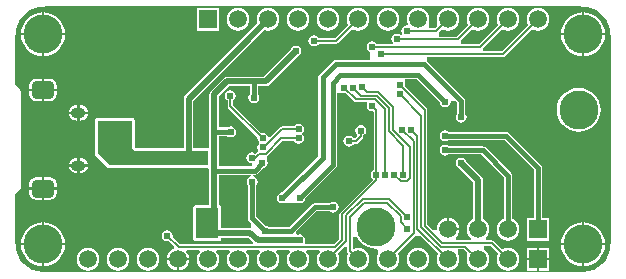
<source format=gbr>
%TF.GenerationSoftware,Altium Limited,Altium Designer,20.1.11 (218)*%
G04 Layer_Physical_Order=2*
G04 Layer_Color=16711680*
%FSLAX26Y26*%
%MOIN*%
%TF.SameCoordinates,3C5C7FA7-1F59-4671-A418-6E2A2DAA0BFA*%
%TF.FilePolarity,Positive*%
%TF.FileFunction,Copper,L2,Bot,Signal*%
%TF.Part,Single*%
G01*
G75*
%TA.AperFunction,Conductor*%
%ADD11C,0.006000*%
%ADD38C,0.020000*%
%ADD39C,0.015000*%
%ADD40C,0.010000*%
%TA.AperFunction,ComponentPad*%
%ADD44C,0.059055*%
%ADD45R,0.059055X0.059055*%
%ADD46C,0.130000*%
G04:AMPARAMS|DCode=47|XSize=74.803mil|YSize=59.055mil|CornerRadius=14.764mil|HoleSize=0mil|Usage=FLASHONLY|Rotation=0.000|XOffset=0mil|YOffset=0mil|HoleType=Round|Shape=RoundedRectangle|*
%AMROUNDEDRECTD47*
21,1,0.074803,0.029527,0,0,0.0*
21,1,0.045276,0.059055,0,0,0.0*
1,1,0.029528,0.022638,-0.014764*
1,1,0.029528,-0.022638,-0.014764*
1,1,0.029528,-0.022638,0.014764*
1,1,0.029528,0.022638,0.014764*
%
%ADD47ROUNDEDRECTD47*%
%ADD48O,0.047244X0.035433*%
%TA.AperFunction,ViaPad*%
%ADD49C,0.024000*%
%TA.AperFunction,Conductor*%
%ADD50R,0.074781X0.101000*%
%TA.AperFunction,ViaPad*%
%ADD51C,0.023622*%
G36*
X1896781Y892229D02*
X1900000Y891588D01*
X1904845Y891214D01*
X1917888Y889930D01*
X1935089Y884712D01*
X1950941Y876239D01*
X1964836Y864836D01*
X1976239Y850941D01*
X1984712Y835089D01*
X1989930Y817888D01*
X1991214Y804845D01*
X1991588Y800000D01*
X1992228Y796781D01*
X1993628Y794687D01*
Y105313D01*
X1992228Y103219D01*
X1991588Y100000D01*
X1991214Y95155D01*
X1989930Y82112D01*
X1984712Y64911D01*
X1976239Y49059D01*
X1964836Y35164D01*
X1950941Y23761D01*
X1935089Y15288D01*
X1917888Y10070D01*
X1904845Y8786D01*
X1900000Y8412D01*
X1896781Y7771D01*
X1894687Y6372D01*
X105313D01*
X103219Y7771D01*
X100000Y8412D01*
X95155Y8786D01*
X82112Y10070D01*
X64911Y15288D01*
X49059Y23761D01*
X35164Y35164D01*
X23761Y49059D01*
X15288Y64911D01*
X10070Y82112D01*
X8786Y95155D01*
X8412Y100000D01*
X7771Y103219D01*
X6372Y105313D01*
Y267360D01*
X24506Y285494D01*
X24506Y285494D01*
X25887Y287561D01*
X26372Y290000D01*
X26372Y290000D01*
Y610000D01*
X26372Y610000D01*
X25887Y612439D01*
X24506Y614506D01*
X24506Y614506D01*
X6372Y632640D01*
Y794687D01*
X7771Y796781D01*
X8412Y800000D01*
X8786Y804845D01*
X10070Y817888D01*
X15288Y835089D01*
X23761Y850941D01*
X35164Y864836D01*
X49059Y876239D01*
X64911Y884712D01*
X82112Y889930D01*
X95155Y891214D01*
X100000Y891588D01*
X103219Y892229D01*
X105313Y893628D01*
X1894687D01*
X1896781Y892229D01*
D02*
G37*
%LPC*%
G36*
X687528Y887528D02*
X612472D01*
Y812472D01*
X687528D01*
Y887528D01*
D02*
G37*
G36*
X1750000Y887851D02*
X1740203Y886562D01*
X1731074Y882780D01*
X1723235Y876765D01*
X1717220Y868926D01*
X1713438Y859797D01*
X1712149Y850000D01*
X1713438Y840203D01*
X1717220Y831074D01*
X1717601Y830578D01*
X1630199Y743176D01*
X1567000D01*
Y754023D01*
X1630578Y817601D01*
X1631074Y817220D01*
X1640203Y813438D01*
X1650000Y812149D01*
X1659797Y813438D01*
X1668926Y817220D01*
X1676765Y823235D01*
X1682780Y831074D01*
X1686562Y840203D01*
X1687851Y850000D01*
X1686562Y859797D01*
X1682780Y868926D01*
X1676765Y876765D01*
X1668926Y882780D01*
X1659797Y886562D01*
X1650000Y887851D01*
X1640203Y886562D01*
X1631074Y882780D01*
X1623235Y876765D01*
X1617220Y868926D01*
X1613438Y859797D01*
X1612149Y850000D01*
X1613438Y840203D01*
X1617220Y831074D01*
X1617601Y830578D01*
X1554199Y767176D01*
X1492000D01*
Y779023D01*
X1530578Y817601D01*
X1531074Y817220D01*
X1540203Y813438D01*
X1550000Y812149D01*
X1559797Y813438D01*
X1568926Y817220D01*
X1576765Y823235D01*
X1582780Y831074D01*
X1586562Y840203D01*
X1587851Y850000D01*
X1586562Y859797D01*
X1582780Y868926D01*
X1576765Y876765D01*
X1568926Y882780D01*
X1559797Y886562D01*
X1550000Y887851D01*
X1540203Y886562D01*
X1531074Y882780D01*
X1523235Y876765D01*
X1517220Y868926D01*
X1513438Y859797D01*
X1512149Y850000D01*
X1513438Y840203D01*
X1517220Y831074D01*
X1517601Y830578D01*
X1479199Y792176D01*
X1421000D01*
X1419000Y792177D01*
Y801962D01*
X1419606Y806629D01*
X1430578Y817601D01*
X1431074Y817220D01*
X1440203Y813438D01*
X1450000Y812149D01*
X1459797Y813438D01*
X1468926Y817220D01*
X1476765Y823235D01*
X1482780Y831074D01*
X1486562Y840203D01*
X1487851Y850000D01*
X1486562Y859797D01*
X1482780Y868926D01*
X1476765Y876765D01*
X1468926Y882780D01*
X1459797Y886562D01*
X1450000Y887851D01*
X1440203Y886562D01*
X1431074Y882780D01*
X1423235Y876765D01*
X1417220Y868926D01*
X1413438Y859797D01*
X1412149Y850000D01*
X1413000Y843534D01*
Y825977D01*
X1407199Y820176D01*
X1386000D01*
Y838848D01*
X1386562Y840203D01*
X1387851Y850000D01*
X1386562Y859797D01*
X1382780Y868926D01*
X1376765Y876765D01*
X1368926Y882780D01*
X1359797Y886562D01*
X1350000Y887851D01*
X1340203Y886562D01*
X1331074Y882780D01*
X1323235Y876765D01*
X1317220Y868926D01*
X1313438Y859797D01*
X1312149Y850000D01*
X1313438Y840203D01*
X1316165Y833622D01*
X1312568Y829240D01*
X1312000Y829353D01*
X1304977Y827956D01*
X1299023Y823977D01*
X1295044Y818023D01*
X1293647Y811000D01*
X1295044Y803977D01*
X1297834Y799802D01*
X1296101Y794735D01*
X1295852Y794454D01*
X1294163Y794203D01*
X1292977Y795977D01*
X1287023Y799956D01*
X1280000Y801353D01*
X1272977Y799956D01*
X1267023Y795977D01*
X1263044Y790023D01*
X1261647Y783000D01*
X1263044Y775977D01*
X1265584Y772176D01*
X1262968Y767176D01*
X1212517D01*
X1209977Y770977D01*
X1204023Y774956D01*
X1197000Y776353D01*
X1189977Y774956D01*
X1184023Y770977D01*
X1180044Y765023D01*
X1178647Y758000D01*
X1180044Y750977D01*
X1184023Y745023D01*
X1189000Y741697D01*
Y714764D01*
X1075001D01*
X1075000Y714765D01*
X1069733Y713717D01*
X1065267Y710733D01*
X1065267Y710733D01*
X1022076Y667542D01*
X1019092Y663077D01*
X1018045Y657809D01*
Y394510D01*
X896610Y273076D01*
X890977Y271956D01*
X885023Y267977D01*
X881044Y262023D01*
X879647Y255000D01*
X881044Y247977D01*
X885023Y242023D01*
X890977Y238044D01*
X898000Y236647D01*
X905023Y238044D01*
X906453Y239000D01*
X946897D01*
X948627Y237844D01*
X955650Y236447D01*
X962673Y237844D01*
X968627Y241823D01*
X972606Y247777D01*
X973726Y253410D01*
X1075568Y355252D01*
X1075568Y355252D01*
X1078552Y359717D01*
X1079599Y364985D01*
Y603000D01*
X1108794D01*
X1135283Y576511D01*
X1138259Y574522D01*
X1141771Y573824D01*
X1178974D01*
X1181331Y569414D01*
X1180780Y568589D01*
X1179383Y561566D01*
X1180780Y554543D01*
X1184758Y548589D01*
X1190712Y544611D01*
X1197735Y543214D01*
X1197959Y543258D01*
X1201824Y540086D01*
Y347517D01*
X1198023Y344977D01*
X1194044Y339023D01*
X1192647Y332000D01*
X1194044Y324977D01*
X1198023Y319023D01*
X1198357Y318800D01*
X1198847Y313824D01*
X1090712Y205689D01*
X1088723Y202712D01*
X1088024Y199200D01*
Y118001D01*
X1069199Y99176D01*
X973000D01*
Y112420D01*
X973513Y115000D01*
X972116Y122023D01*
X968138Y127977D01*
X962184Y131956D01*
X955161Y133353D01*
X949000Y132127D01*
X945066Y134189D01*
X944000Y134963D01*
Y141645D01*
X1011590Y209236D01*
X1055201D01*
X1059977Y206044D01*
X1067000Y204647D01*
X1074023Y206044D01*
X1079977Y210023D01*
X1083956Y215977D01*
X1085353Y223000D01*
X1083956Y230023D01*
X1079977Y235977D01*
X1074023Y239956D01*
X1067000Y241353D01*
X1059977Y239956D01*
X1055201Y236764D01*
X1005889D01*
X1005889Y236765D01*
X1000621Y235717D01*
X996156Y232733D01*
X920187Y156764D01*
X852549D01*
X847773Y159956D01*
X842140Y161076D01*
X810789Y192427D01*
Y297201D01*
X813981Y301977D01*
X815378Y309000D01*
X813981Y316023D01*
X810002Y321977D01*
X804048Y325956D01*
X800430Y326675D01*
X800922Y331675D01*
X805718D01*
X810986Y332723D01*
X815451Y335707D01*
X832499Y352755D01*
X838132Y353875D01*
X844086Y357853D01*
X848065Y363808D01*
X849462Y370831D01*
X848065Y377854D01*
X848000Y377951D01*
Y394575D01*
X848732Y395064D01*
X897870Y444202D01*
X936469D01*
X939009Y440401D01*
X944963Y436423D01*
X951986Y435026D01*
X959009Y436423D01*
X964963Y440401D01*
X968942Y446355D01*
X970338Y453378D01*
X968942Y460401D01*
X964963Y466355D01*
Y470401D01*
X968942Y476355D01*
X970338Y483378D01*
X968942Y490401D01*
X964963Y496355D01*
X959009Y500334D01*
X951986Y501731D01*
X944963Y500334D01*
X939009Y496355D01*
X936469Y492555D01*
X895906D01*
X892394Y491856D01*
X889417Y489867D01*
X855135Y455585D01*
X849710Y457231D01*
X848956Y461023D01*
X844977Y466977D01*
X839023Y470956D01*
X832000Y472353D01*
X827516Y471461D01*
X733448Y565529D01*
Y579755D01*
X737249Y582295D01*
X741228Y588249D01*
X742625Y595272D01*
X741228Y602295D01*
X737249Y608249D01*
X731295Y612228D01*
X724272Y613625D01*
X717249Y612228D01*
X711295Y608249D01*
X707317Y602295D01*
X705920Y595272D01*
X707317Y588249D01*
X711295Y582295D01*
X715096Y579755D01*
Y561728D01*
X715794Y558216D01*
X717784Y555239D01*
X814539Y458484D01*
X813647Y454000D01*
X815044Y446977D01*
X819023Y441023D01*
X820180Y440249D01*
Y440057D01*
X819582Y434635D01*
X816202Y429576D01*
X814805Y422553D01*
X816202Y415530D01*
X816867Y414535D01*
X815487Y408418D01*
X814925Y408042D01*
X808056Y401173D01*
X803070Y404505D01*
X796047Y405902D01*
X789024Y404505D01*
X783070Y400526D01*
X779091Y394572D01*
X777694Y387549D01*
X779091Y380526D01*
X783070Y374572D01*
X789024Y370594D01*
X796047Y369197D01*
X797000Y368414D01*
Y359204D01*
X686693D01*
Y461701D01*
X713201D01*
X717977Y458510D01*
X725000Y457113D01*
X732023Y458510D01*
X737977Y462489D01*
X741956Y468443D01*
X743353Y475466D01*
X741956Y482489D01*
X737977Y488443D01*
X732023Y492421D01*
X725000Y493818D01*
X717977Y492421D01*
X713201Y489230D01*
X686693D01*
Y592622D01*
X720307Y626236D01*
X789258D01*
Y600832D01*
X786044Y596023D01*
X784647Y589000D01*
X786044Y581977D01*
X790023Y576023D01*
X795977Y572044D01*
X803000Y570647D01*
X810023Y572044D01*
X815977Y576023D01*
X819956Y581977D01*
X821353Y589000D01*
X819956Y596023D01*
X816787Y600766D01*
Y626236D01*
X842253D01*
X848496Y627478D01*
X853789Y631014D01*
X948981Y726206D01*
X950114Y726431D01*
X956068Y730410D01*
X960047Y736364D01*
X961444Y743387D01*
X960047Y750410D01*
X956068Y756364D01*
X950114Y760343D01*
X943091Y761740D01*
X936068Y760343D01*
X930114Y756364D01*
X926135Y750410D01*
X925910Y749277D01*
X835496Y658863D01*
X713549D01*
X707307Y657621D01*
X702014Y654085D01*
X658844Y610915D01*
X655308Y605622D01*
X654066Y599379D01*
Y475466D01*
Y424485D01*
X650698Y420932D01*
X649066Y420196D01*
X601313D01*
Y578243D01*
X776535Y753464D01*
X776535Y753465D01*
X837591Y814520D01*
X840203Y813438D01*
X850000Y812149D01*
X859797Y813438D01*
X868926Y817220D01*
X876765Y823235D01*
X882780Y831074D01*
X886562Y840203D01*
X887851Y850000D01*
X886562Y859797D01*
X882780Y868926D01*
X876765Y876765D01*
X868926Y882780D01*
X859797Y886562D01*
X850000Y887851D01*
X840203Y886562D01*
X831074Y882780D01*
X823235Y876765D01*
X817220Y868926D01*
X813438Y859797D01*
X812149Y850000D01*
X813438Y840203D01*
X814520Y837591D01*
X753465Y776536D01*
X753465Y776535D01*
X573465Y596535D01*
X569928Y591243D01*
X568687Y585000D01*
Y420196D01*
X409223Y420196D01*
X405196Y424223D01*
X405196Y512000D01*
X404420Y515902D01*
X402209Y519210D01*
X398902Y521420D01*
X395000Y522196D01*
X282500D01*
X278598Y521420D01*
X275290Y519210D01*
X273080Y515902D01*
X272304Y512000D01*
Y402500D01*
X273080Y398598D01*
X275290Y395291D01*
X312790Y357790D01*
X316098Y355580D01*
X320000Y354804D01*
X650000D01*
X654066Y350515D01*
Y231196D01*
X610000D01*
X606098Y230420D01*
X602790Y228210D01*
X600580Y224902D01*
X599804Y221000D01*
Y120000D01*
X600580Y116098D01*
X602790Y112790D01*
X606098Y110580D01*
X610000Y109804D01*
X684781D01*
X688683Y110580D01*
X691991Y112790D01*
X694201Y116098D01*
X694977Y120000D01*
Y122115D01*
X784814D01*
X801000Y105929D01*
Y99176D01*
X555901D01*
X531647Y123431D01*
X532538Y127915D01*
X531141Y134938D01*
X527163Y140892D01*
X521209Y144870D01*
X514186Y146267D01*
X507163Y144870D01*
X501209Y140892D01*
X497230Y134938D01*
X495833Y127915D01*
X497230Y120891D01*
X501209Y114938D01*
X507163Y110959D01*
X514186Y109562D01*
X518669Y110454D01*
X538044Y91079D01*
X536871Y85181D01*
X531074Y82780D01*
X523235Y76765D01*
X517220Y68926D01*
X513438Y59797D01*
X512675Y54000D01*
X550000D01*
X587325D01*
X586562Y59797D01*
X582780Y68926D01*
X577487Y75824D01*
X578974Y80824D01*
X621026D01*
X622513Y75824D01*
X617220Y68926D01*
X613438Y59797D01*
X612149Y50000D01*
X613438Y40203D01*
X617220Y31074D01*
X623235Y23235D01*
X631074Y17220D01*
X640203Y13438D01*
X650000Y12149D01*
X659797Y13438D01*
X668926Y17220D01*
X676765Y23235D01*
X682780Y31074D01*
X686562Y40203D01*
X687851Y50000D01*
X686562Y59797D01*
X682780Y68926D01*
X677487Y75824D01*
X678974Y80824D01*
X721026D01*
X722513Y75824D01*
X717220Y68926D01*
X713438Y59797D01*
X712149Y50000D01*
X713438Y40203D01*
X717220Y31074D01*
X723235Y23235D01*
X731074Y17220D01*
X740203Y13438D01*
X750000Y12149D01*
X759797Y13438D01*
X768926Y17220D01*
X776765Y23235D01*
X782780Y31074D01*
X786562Y40203D01*
X787851Y50000D01*
X786562Y59797D01*
X782780Y68926D01*
X777487Y75824D01*
X778974Y80824D01*
X821026D01*
X822513Y75824D01*
X817220Y68926D01*
X813438Y59797D01*
X812149Y50000D01*
X813438Y40203D01*
X817220Y31074D01*
X823235Y23235D01*
X831074Y17220D01*
X840203Y13438D01*
X850000Y12149D01*
X859797Y13438D01*
X868926Y17220D01*
X876765Y23235D01*
X882780Y31074D01*
X886562Y40203D01*
X887851Y50000D01*
X886562Y59797D01*
X882780Y68926D01*
X877487Y75824D01*
X878974Y80824D01*
X921026D01*
X922513Y75824D01*
X917220Y68926D01*
X913438Y59797D01*
X912149Y50000D01*
X913438Y40203D01*
X917220Y31074D01*
X923235Y23235D01*
X931074Y17220D01*
X940203Y13438D01*
X950000Y12149D01*
X959797Y13438D01*
X968926Y17220D01*
X976765Y23235D01*
X982780Y31074D01*
X986562Y40203D01*
X987851Y50000D01*
X986562Y59797D01*
X982780Y68926D01*
X977487Y75824D01*
X978974Y80824D01*
X1021026D01*
X1022513Y75824D01*
X1017220Y68926D01*
X1013438Y59797D01*
X1012149Y50000D01*
X1013438Y40203D01*
X1017220Y31074D01*
X1023235Y23235D01*
X1031074Y17220D01*
X1040203Y13438D01*
X1050000Y12149D01*
X1059797Y13438D01*
X1068926Y17220D01*
X1076765Y23235D01*
X1082780Y31074D01*
X1086562Y40203D01*
X1087851Y50000D01*
X1086562Y59797D01*
X1082780Y68926D01*
X1082399Y69422D01*
X1103977Y91000D01*
X1113839D01*
Y76985D01*
X1114537Y73474D01*
X1116526Y70497D01*
X1117601Y69422D01*
X1117220Y68926D01*
X1113438Y59797D01*
X1112149Y50000D01*
X1113438Y40203D01*
X1117220Y31074D01*
X1123235Y23235D01*
X1131074Y17220D01*
X1140203Y13438D01*
X1150000Y12149D01*
X1159797Y13438D01*
X1168926Y17220D01*
X1176765Y23235D01*
X1182780Y31074D01*
X1186562Y40203D01*
X1187851Y50000D01*
X1186562Y59797D01*
X1182780Y68926D01*
X1176765Y76765D01*
X1168926Y82780D01*
X1159797Y86561D01*
X1150000Y87851D01*
X1140203Y86561D01*
X1136349Y84965D01*
X1132191Y87743D01*
Y124000D01*
X1146273D01*
X1149856Y117296D01*
X1158979Y106180D01*
X1170094Y97057D01*
X1182776Y90279D01*
X1196537Y86105D01*
X1210847Y84695D01*
X1214295Y85035D01*
X1218000Y81677D01*
Y69942D01*
X1217220Y68926D01*
X1213438Y59797D01*
X1212149Y50000D01*
X1213438Y40203D01*
X1217220Y31074D01*
X1223235Y23235D01*
X1231074Y17220D01*
X1240203Y13438D01*
X1250000Y12149D01*
X1259797Y13438D01*
X1268926Y17220D01*
X1276765Y23235D01*
X1282780Y31074D01*
X1286562Y40203D01*
X1287851Y50000D01*
X1286562Y59797D01*
X1282780Y68926D01*
X1282399Y69422D01*
X1341977Y129000D01*
X1358023D01*
X1417601Y69422D01*
X1417220Y68926D01*
X1413438Y59797D01*
X1412149Y50000D01*
X1413438Y40203D01*
X1417220Y31074D01*
X1423235Y23235D01*
X1431074Y17220D01*
X1440203Y13438D01*
X1450000Y12149D01*
X1459797Y13438D01*
X1468926Y17220D01*
X1476765Y23235D01*
X1482780Y31074D01*
X1486562Y40203D01*
X1487851Y50000D01*
X1486562Y59797D01*
X1483000Y68395D01*
Y82824D01*
X1504199D01*
X1514000Y73023D01*
Y61152D01*
X1513438Y59797D01*
X1512149Y50000D01*
X1513438Y40203D01*
X1517220Y31074D01*
X1523235Y23235D01*
X1531074Y17220D01*
X1540203Y13438D01*
X1550000Y12149D01*
X1559797Y13438D01*
X1568926Y17220D01*
X1576765Y23235D01*
X1582780Y31074D01*
X1586562Y40203D01*
X1587851Y50000D01*
X1586562Y59797D01*
X1582780Y68926D01*
X1576765Y76765D01*
X1570000Y81956D01*
Y94824D01*
X1592199D01*
X1617601Y69422D01*
X1617220Y68926D01*
X1613438Y59797D01*
X1612149Y50000D01*
X1613438Y40203D01*
X1617220Y31074D01*
X1623235Y23235D01*
X1631074Y17220D01*
X1640203Y13438D01*
X1650000Y12149D01*
X1659797Y13438D01*
X1668926Y17220D01*
X1676765Y23235D01*
X1682780Y31074D01*
X1686562Y40203D01*
X1687851Y50000D01*
X1686562Y59797D01*
X1682780Y68926D01*
X1676765Y76765D01*
X1668926Y82780D01*
X1659797Y86561D01*
X1650000Y87851D01*
X1640203Y86561D01*
X1631074Y82780D01*
X1630578Y82399D01*
X1602489Y110489D01*
X1599512Y112478D01*
X1596000Y113176D01*
X1575000D01*
Y121881D01*
X1576765Y123235D01*
X1582780Y131074D01*
X1586562Y140203D01*
X1587851Y150000D01*
X1586562Y159797D01*
X1582780Y168926D01*
X1576765Y176765D01*
X1568926Y182780D01*
X1566313Y183862D01*
Y314159D01*
X1565072Y320402D01*
X1561535Y325694D01*
X1510929Y376300D01*
X1510704Y377434D01*
X1506726Y383388D01*
X1500772Y387366D01*
X1493748Y388763D01*
X1486725Y387366D01*
X1480771Y383388D01*
X1476793Y377434D01*
X1475396Y370411D01*
X1476793Y363387D01*
X1480771Y357433D01*
X1486725Y353455D01*
X1487859Y353229D01*
X1533687Y307402D01*
Y183862D01*
X1531074Y182780D01*
X1523235Y176765D01*
X1517220Y168926D01*
X1513438Y159797D01*
X1512149Y150000D01*
X1513438Y140203D01*
X1517220Y131074D01*
X1523235Y123235D01*
X1525000Y121881D01*
Y113176D01*
X1475000D01*
Y121881D01*
X1476765Y123235D01*
X1482780Y131074D01*
X1486562Y140203D01*
X1487325Y146000D01*
X1450000D01*
Y150000D01*
X1446000D01*
Y187325D01*
X1440203Y186561D01*
X1431074Y182780D01*
X1423235Y176765D01*
X1417220Y168926D01*
X1413438Y159797D01*
X1412149Y150000D01*
X1412180Y149759D01*
X1408884Y146000D01*
X1400977D01*
X1381176Y165801D01*
Y547000D01*
X1380478Y550512D01*
X1378489Y553489D01*
X1308000Y623977D01*
Y650236D01*
X1345118D01*
X1422416Y572937D01*
X1423537Y567304D01*
X1427515Y561350D01*
X1433469Y557372D01*
X1440492Y555975D01*
X1447515Y557372D01*
X1453469Y561350D01*
X1457448Y567304D01*
X1458845Y574327D01*
X1460218Y576000D01*
X1475344D01*
X1480236Y571108D01*
Y535753D01*
X1477044Y530977D01*
X1475647Y523954D01*
X1477044Y516931D01*
X1481023Y510977D01*
X1486977Y506998D01*
X1494000Y505601D01*
X1501023Y506998D01*
X1506977Y510977D01*
X1510956Y516931D01*
X1512353Y523954D01*
X1510956Y530977D01*
X1507764Y535753D01*
Y576810D01*
X1506717Y582077D01*
X1503733Y586543D01*
X1503733Y586543D01*
X1380000Y710276D01*
Y724824D01*
X1634000D01*
X1637512Y725522D01*
X1640489Y727511D01*
X1730578Y817601D01*
X1731074Y817220D01*
X1740203Y813438D01*
X1750000Y812149D01*
X1759797Y813438D01*
X1768926Y817220D01*
X1776765Y823235D01*
X1782780Y831074D01*
X1786562Y840203D01*
X1787851Y850000D01*
X1786562Y859797D01*
X1782780Y868926D01*
X1776765Y876765D01*
X1768926Y882780D01*
X1759797Y886562D01*
X1750000Y887851D01*
D02*
G37*
G36*
X1250000D02*
X1240203Y886562D01*
X1231074Y882780D01*
X1223235Y876765D01*
X1217220Y868926D01*
X1213438Y859797D01*
X1212149Y850000D01*
X1213438Y840203D01*
X1217220Y831074D01*
X1223235Y823235D01*
X1231074Y817220D01*
X1240203Y813438D01*
X1250000Y812149D01*
X1259797Y813438D01*
X1268926Y817220D01*
X1276765Y823235D01*
X1282780Y831074D01*
X1286562Y840203D01*
X1287851Y850000D01*
X1286562Y859797D01*
X1282780Y868926D01*
X1276765Y876765D01*
X1268926Y882780D01*
X1259797Y886562D01*
X1250000Y887851D01*
D02*
G37*
G36*
X1150000D02*
X1140203Y886562D01*
X1131074Y882780D01*
X1123235Y876765D01*
X1117220Y868926D01*
X1113438Y859797D01*
X1112149Y850000D01*
X1113438Y840203D01*
X1117220Y831074D01*
X1117601Y830578D01*
X1073870Y786847D01*
X1018851D01*
X1016311Y790648D01*
X1010357Y794626D01*
X1003334Y796023D01*
X996311Y794626D01*
X990356Y790648D01*
X986378Y784694D01*
X984981Y777671D01*
X986378Y770648D01*
X990356Y764694D01*
X996311Y760715D01*
X1003334Y759318D01*
X1010357Y760715D01*
X1016311Y764694D01*
X1018851Y768495D01*
X1077671D01*
X1081182Y769193D01*
X1084159Y771182D01*
X1130578Y817601D01*
X1131074Y817220D01*
X1140203Y813438D01*
X1150000Y812149D01*
X1159797Y813438D01*
X1168926Y817220D01*
X1176765Y823235D01*
X1182780Y831074D01*
X1186562Y840203D01*
X1187851Y850000D01*
X1186562Y859797D01*
X1182780Y868926D01*
X1176765Y876765D01*
X1168926Y882780D01*
X1159797Y886562D01*
X1150000Y887851D01*
D02*
G37*
G36*
X1050000D02*
X1040203Y886562D01*
X1031074Y882780D01*
X1023235Y876765D01*
X1017220Y868926D01*
X1013438Y859797D01*
X1012149Y850000D01*
X1013438Y840203D01*
X1017220Y831074D01*
X1023235Y823235D01*
X1031074Y817220D01*
X1040203Y813438D01*
X1050000Y812149D01*
X1059797Y813438D01*
X1068926Y817220D01*
X1076765Y823235D01*
X1082780Y831074D01*
X1086562Y840203D01*
X1087851Y850000D01*
X1086562Y859797D01*
X1082780Y868926D01*
X1076765Y876765D01*
X1068926Y882780D01*
X1059797Y886562D01*
X1050000Y887851D01*
D02*
G37*
G36*
X950000D02*
X940203Y886562D01*
X931074Y882780D01*
X923235Y876765D01*
X917220Y868926D01*
X913438Y859797D01*
X912149Y850000D01*
X913438Y840203D01*
X917220Y831074D01*
X923235Y823235D01*
X931074Y817220D01*
X940203Y813438D01*
X950000Y812149D01*
X959797Y813438D01*
X968926Y817220D01*
X976765Y823235D01*
X982780Y831074D01*
X986562Y840203D01*
X987851Y850000D01*
X986562Y859797D01*
X982780Y868926D01*
X976765Y876765D01*
X968926Y882780D01*
X959797Y886562D01*
X950000Y887851D01*
D02*
G37*
G36*
X750000D02*
X740203Y886562D01*
X731074Y882780D01*
X723235Y876765D01*
X717220Y868926D01*
X713438Y859797D01*
X712149Y850000D01*
X713438Y840203D01*
X717220Y831074D01*
X723235Y823235D01*
X731074Y817220D01*
X740203Y813438D01*
X750000Y812149D01*
X759797Y813438D01*
X768926Y817220D01*
X776765Y823235D01*
X782780Y831074D01*
X786562Y840203D01*
X787851Y850000D01*
X786562Y859797D01*
X782780Y868926D01*
X776765Y876765D01*
X768926Y882780D01*
X759797Y886562D01*
X750000Y887851D01*
D02*
G37*
G36*
X1904000Y872959D02*
Y804000D01*
X1972959D01*
X1971944Y814311D01*
X1967770Y828071D01*
X1960991Y840753D01*
X1951869Y851869D01*
X1940753Y860991D01*
X1928071Y867769D01*
X1914311Y871944D01*
X1904000Y872959D01*
D02*
G37*
G36*
X104000D02*
Y804000D01*
X172959D01*
X171944Y814311D01*
X167769Y828071D01*
X160991Y840753D01*
X151869Y851869D01*
X140753Y860991D01*
X128071Y867769D01*
X114311Y871944D01*
X104000Y872959D01*
D02*
G37*
G36*
X1896000D02*
X1885689Y871944D01*
X1871929Y867769D01*
X1859247Y860991D01*
X1848131Y851869D01*
X1839009Y840753D01*
X1832230Y828071D01*
X1828056Y814311D01*
X1827041Y804000D01*
X1896000D01*
Y872959D01*
D02*
G37*
G36*
X96000D02*
X85689Y871944D01*
X71929Y867769D01*
X59247Y860991D01*
X48132Y851869D01*
X39009Y840753D01*
X32230Y828071D01*
X28056Y814311D01*
X27041Y804000D01*
X96000D01*
Y872959D01*
D02*
G37*
G36*
X1972959Y796000D02*
X1904000D01*
Y727041D01*
X1914311Y728056D01*
X1928071Y732231D01*
X1940753Y739009D01*
X1951869Y748131D01*
X1960991Y759247D01*
X1967770Y771929D01*
X1971944Y785689D01*
X1972959Y796000D01*
D02*
G37*
G36*
X172959D02*
X104000D01*
Y727041D01*
X114311Y728056D01*
X128071Y732231D01*
X140753Y739009D01*
X151869Y748131D01*
X160991Y759247D01*
X167769Y771929D01*
X171944Y785689D01*
X172959Y796000D01*
D02*
G37*
G36*
X96000D02*
X27041D01*
X28056Y785689D01*
X32230Y771929D01*
X39009Y759247D01*
X48132Y748131D01*
X59247Y739009D01*
X71929Y732231D01*
X85689Y728056D01*
X96000Y727041D01*
Y796000D01*
D02*
G37*
G36*
X1896000D02*
X1827041D01*
X1828056Y785689D01*
X1832230Y771929D01*
X1839009Y759247D01*
X1848131Y748131D01*
X1859247Y739009D01*
X1871929Y732231D01*
X1885689Y728056D01*
X1896000Y727041D01*
Y796000D01*
D02*
G37*
G36*
X122638Y652344D02*
X104000D01*
Y618370D01*
X145847D01*
Y629134D01*
X144081Y638016D01*
X139049Y645546D01*
X131520Y650577D01*
X122638Y652344D01*
D02*
G37*
G36*
X96000D02*
X77362D01*
X68480Y650577D01*
X60950Y645546D01*
X55919Y638016D01*
X54153Y629134D01*
Y618370D01*
X96000D01*
Y652344D01*
D02*
G37*
G36*
X145847Y610370D02*
X104000D01*
Y576397D01*
X122638D01*
X131520Y578163D01*
X139049Y583195D01*
X144081Y590724D01*
X145847Y599606D01*
Y610370D01*
D02*
G37*
G36*
X96000D02*
X54153D01*
Y599606D01*
X55919Y590724D01*
X60950Y583195D01*
X68480Y578163D01*
X77362Y576397D01*
X96000D01*
Y610370D01*
D02*
G37*
G36*
X224016Y563537D02*
X222110D01*
Y541598D01*
X249428D01*
X249070Y544312D01*
X246479Y550568D01*
X242357Y555940D01*
X236985Y560062D01*
X230729Y562653D01*
X224016Y563537D01*
D02*
G37*
G36*
X214110D02*
X212205D01*
X205491Y562653D01*
X199236Y560062D01*
X193863Y555940D01*
X189741Y550568D01*
X187150Y544312D01*
X186793Y541598D01*
X214110D01*
Y563537D01*
D02*
G37*
G36*
X249428Y533598D02*
X222110D01*
Y511660D01*
X224016D01*
X230729Y512544D01*
X236985Y515135D01*
X242357Y519257D01*
X246479Y524629D01*
X249070Y530885D01*
X249428Y533598D01*
D02*
G37*
G36*
X214110D02*
X186793D01*
X187150Y530885D01*
X189741Y524629D01*
X193863Y519257D01*
X199236Y515135D01*
X205491Y512544D01*
X212205Y511660D01*
X214110D01*
Y533598D01*
D02*
G37*
G36*
X1885847Y621402D02*
X1871537Y619992D01*
X1857776Y615818D01*
X1845094Y609039D01*
X1833979Y599917D01*
X1824856Y588801D01*
X1818078Y576120D01*
X1813903Y562359D01*
X1812494Y548048D01*
X1813903Y533738D01*
X1818078Y519977D01*
X1824856Y507296D01*
X1833979Y496180D01*
X1845094Y487057D01*
X1857776Y480279D01*
X1871537Y476105D01*
X1885847Y474695D01*
X1900158Y476105D01*
X1913918Y480279D01*
X1926600Y487057D01*
X1937716Y496180D01*
X1946838Y507296D01*
X1953617Y519977D01*
X1957791Y533738D01*
X1959200Y548048D01*
X1957791Y562359D01*
X1953617Y576120D01*
X1946838Y588801D01*
X1937716Y599917D01*
X1926600Y609039D01*
X1913918Y615818D01*
X1900158Y619992D01*
X1885847Y621402D01*
D02*
G37*
G36*
X1159000Y497353D02*
X1151977Y495956D01*
X1146023Y491977D01*
X1142044Y486023D01*
X1140647Y479000D01*
X1142044Y471977D01*
X1146023Y466023D01*
X1146473Y461450D01*
X1139890Y454868D01*
X1134086Y455318D01*
X1132977Y456977D01*
X1127023Y460956D01*
X1120000Y462353D01*
X1112977Y460956D01*
X1107023Y456977D01*
X1103044Y451023D01*
X1101647Y444000D01*
X1103044Y436977D01*
X1107023Y431023D01*
X1112977Y427044D01*
X1120000Y425647D01*
X1127023Y427044D01*
X1132977Y431023D01*
X1135517Y434824D01*
X1142000D01*
X1145512Y435522D01*
X1148489Y437511D01*
X1165489Y454511D01*
X1167478Y457488D01*
X1168176Y461000D01*
Y463483D01*
X1171977Y466023D01*
X1175956Y471977D01*
X1177353Y479000D01*
X1175956Y486023D01*
X1171977Y491977D01*
X1166023Y495956D01*
X1159000Y497353D01*
D02*
G37*
G36*
X224016Y388340D02*
X222110D01*
Y366402D01*
X249428D01*
X249070Y369115D01*
X246479Y375371D01*
X242357Y380743D01*
X236985Y384865D01*
X230729Y387456D01*
X224016Y388340D01*
D02*
G37*
G36*
X214110D02*
X212205D01*
X205491Y387456D01*
X199236Y384865D01*
X193863Y380743D01*
X189741Y375371D01*
X187150Y369115D01*
X186793Y366402D01*
X214110D01*
Y388340D01*
D02*
G37*
G36*
X249428Y358402D02*
X222110D01*
Y336463D01*
X224016D01*
X230729Y337347D01*
X236985Y339938D01*
X242357Y344060D01*
X246479Y349432D01*
X249070Y355688D01*
X249428Y358402D01*
D02*
G37*
G36*
X214110D02*
X186793D01*
X187150Y355688D01*
X189741Y349432D01*
X193863Y344060D01*
X199236Y339938D01*
X205491Y337347D01*
X212205Y336463D01*
X214110D01*
Y358402D01*
D02*
G37*
G36*
X122638Y323603D02*
X104000D01*
Y289630D01*
X145847D01*
Y300394D01*
X144081Y309276D01*
X139049Y316805D01*
X131520Y321837D01*
X122638Y323603D01*
D02*
G37*
G36*
X96000D02*
X77362D01*
X68480Y321837D01*
X60950Y316805D01*
X55919Y309276D01*
X54153Y300394D01*
Y289630D01*
X96000D01*
Y323603D01*
D02*
G37*
G36*
X145847Y281630D02*
X104000D01*
Y247656D01*
X122638D01*
X131520Y249423D01*
X139049Y254454D01*
X144081Y261984D01*
X145847Y270866D01*
Y281630D01*
D02*
G37*
G36*
X96000D02*
X54153D01*
Y270866D01*
X55919Y261984D01*
X60950Y254454D01*
X68480Y249423D01*
X77362Y247656D01*
X96000D01*
Y281630D01*
D02*
G37*
G36*
X1454000Y187325D02*
Y154000D01*
X1487325D01*
X1486562Y159797D01*
X1482780Y168926D01*
X1476765Y176765D01*
X1468926Y182780D01*
X1459797Y186561D01*
X1454000Y187325D01*
D02*
G37*
G36*
X1440492Y479353D02*
X1433469Y477956D01*
X1427515Y473977D01*
X1423537Y468023D01*
X1422140Y461000D01*
X1423537Y453977D01*
X1427515Y448023D01*
X1433469Y444044D01*
X1440492Y442647D01*
X1447515Y444044D01*
X1452291Y447236D01*
X1638404D01*
X1736236Y349404D01*
Y187528D01*
X1712473D01*
Y112472D01*
X1787527D01*
Y187528D01*
X1763764D01*
Y355106D01*
X1762717Y360373D01*
X1759733Y364839D01*
X1653839Y470733D01*
X1649373Y473717D01*
X1644106Y474764D01*
X1452291D01*
X1447515Y477956D01*
X1440492Y479353D01*
D02*
G37*
G36*
Y431353D02*
X1433469Y429956D01*
X1427515Y425977D01*
X1423537Y420023D01*
X1422140Y413000D01*
X1423537Y405977D01*
X1427515Y400023D01*
X1433469Y396044D01*
X1440492Y394647D01*
X1447515Y396044D01*
X1452291Y399236D01*
X1560315D01*
X1636236Y323315D01*
Y184918D01*
X1631074Y182780D01*
X1623235Y176765D01*
X1617220Y168926D01*
X1613438Y159797D01*
X1612149Y150000D01*
X1613438Y140203D01*
X1617220Y131074D01*
X1623235Y123235D01*
X1631074Y117220D01*
X1640203Y113439D01*
X1650000Y112149D01*
X1659797Y113439D01*
X1668926Y117220D01*
X1676765Y123235D01*
X1682780Y131074D01*
X1686562Y140203D01*
X1687851Y150000D01*
X1686562Y159797D01*
X1682780Y168926D01*
X1676765Y176765D01*
X1668926Y182780D01*
X1663764Y184918D01*
Y329016D01*
X1663765Y329016D01*
X1662717Y334284D01*
X1659733Y338749D01*
X1575749Y422733D01*
X1571284Y425717D01*
X1566016Y426764D01*
X1452291D01*
X1447515Y429956D01*
X1440492Y431353D01*
D02*
G37*
G36*
X1904000Y172959D02*
Y104000D01*
X1972959D01*
X1971944Y114311D01*
X1967770Y128071D01*
X1960991Y140753D01*
X1951869Y151869D01*
X1940753Y160991D01*
X1928071Y167769D01*
X1914311Y171944D01*
X1904000Y172959D01*
D02*
G37*
G36*
X104000D02*
Y104000D01*
X172959D01*
X171944Y114311D01*
X167769Y128071D01*
X160991Y140753D01*
X151869Y151869D01*
X140753Y160991D01*
X128071Y167769D01*
X114311Y171944D01*
X104000Y172959D01*
D02*
G37*
G36*
X1896000D02*
X1885689Y171944D01*
X1871929Y167769D01*
X1859247Y160991D01*
X1848131Y151869D01*
X1839009Y140753D01*
X1832230Y128071D01*
X1828056Y114311D01*
X1827041Y104000D01*
X1896000D01*
Y172959D01*
D02*
G37*
G36*
X96000D02*
X85689Y171944D01*
X71929Y167769D01*
X59247Y160991D01*
X48132Y151869D01*
X39009Y140753D01*
X32230Y128071D01*
X28056Y114311D01*
X27041Y104000D01*
X96000D01*
Y172959D01*
D02*
G37*
G36*
X1787527Y87528D02*
X1754000D01*
Y54000D01*
X1787527D01*
Y87528D01*
D02*
G37*
G36*
X1746000D02*
X1712473D01*
Y54000D01*
X1746000D01*
Y87528D01*
D02*
G37*
G36*
X1972959Y96000D02*
X1904000D01*
Y27041D01*
X1914311Y28056D01*
X1928071Y32230D01*
X1940753Y39009D01*
X1951869Y48132D01*
X1960991Y59247D01*
X1967770Y71929D01*
X1971944Y85689D01*
X1972959Y96000D01*
D02*
G37*
G36*
X172959D02*
X104000D01*
Y27041D01*
X114311Y28056D01*
X128071Y32230D01*
X140753Y39009D01*
X151869Y48132D01*
X160991Y59247D01*
X167769Y71929D01*
X171944Y85689D01*
X172959Y96000D01*
D02*
G37*
G36*
X96000D02*
X27041D01*
X28056Y85689D01*
X32230Y71929D01*
X39009Y59247D01*
X48132Y48132D01*
X59247Y39009D01*
X71929Y32230D01*
X85689Y28056D01*
X96000Y27041D01*
Y96000D01*
D02*
G37*
G36*
X1896000D02*
X1827041D01*
X1828056Y85689D01*
X1832230Y71929D01*
X1839009Y59247D01*
X1848131Y48132D01*
X1859247Y39009D01*
X1871929Y32230D01*
X1885689Y28056D01*
X1896000Y27041D01*
Y96000D01*
D02*
G37*
G36*
X587325Y46000D02*
X554000D01*
Y12675D01*
X559797Y13438D01*
X568926Y17220D01*
X576765Y23235D01*
X582780Y31074D01*
X586562Y40203D01*
X587325Y46000D01*
D02*
G37*
G36*
X546000D02*
X512675D01*
X513438Y40203D01*
X517220Y31074D01*
X523235Y23235D01*
X531074Y17220D01*
X540203Y13438D01*
X546000Y12675D01*
Y46000D01*
D02*
G37*
G36*
X1787527D02*
X1754000D01*
Y12473D01*
X1787527D01*
Y46000D01*
D02*
G37*
G36*
X1746000D02*
X1712473D01*
Y12473D01*
X1746000D01*
Y46000D01*
D02*
G37*
G36*
X1350000Y87851D02*
X1340203Y86561D01*
X1331074Y82780D01*
X1323235Y76765D01*
X1317220Y68926D01*
X1313438Y59797D01*
X1312149Y50000D01*
X1313438Y40203D01*
X1317220Y31074D01*
X1323235Y23235D01*
X1331074Y17220D01*
X1340203Y13438D01*
X1350000Y12149D01*
X1359797Y13438D01*
X1368926Y17220D01*
X1376765Y23235D01*
X1382780Y31074D01*
X1386562Y40203D01*
X1387851Y50000D01*
X1386562Y59797D01*
X1382780Y68926D01*
X1376765Y76765D01*
X1368926Y82780D01*
X1359797Y86561D01*
X1350000Y87851D01*
D02*
G37*
G36*
X450000D02*
X440203Y86561D01*
X431074Y82780D01*
X423235Y76765D01*
X417220Y68926D01*
X413438Y59797D01*
X412149Y50000D01*
X413438Y40203D01*
X417220Y31074D01*
X423235Y23235D01*
X431074Y17220D01*
X440203Y13438D01*
X450000Y12149D01*
X459797Y13438D01*
X468926Y17220D01*
X476765Y23235D01*
X482780Y31074D01*
X486562Y40203D01*
X487851Y50000D01*
X486562Y59797D01*
X482780Y68926D01*
X476765Y76765D01*
X468926Y82780D01*
X459797Y86561D01*
X450000Y87851D01*
D02*
G37*
G36*
X350000D02*
X340203Y86561D01*
X331074Y82780D01*
X323235Y76765D01*
X317220Y68926D01*
X313438Y59797D01*
X312149Y50000D01*
X313438Y40203D01*
X317220Y31074D01*
X323235Y23235D01*
X331074Y17220D01*
X340203Y13438D01*
X350000Y12149D01*
X359797Y13438D01*
X368926Y17220D01*
X376765Y23235D01*
X382780Y31074D01*
X386562Y40203D01*
X387851Y50000D01*
X386562Y59797D01*
X382780Y68926D01*
X376765Y76765D01*
X368926Y82780D01*
X359797Y86561D01*
X350000Y87851D01*
D02*
G37*
G36*
X250000D02*
X240203Y86561D01*
X231074Y82780D01*
X223235Y76765D01*
X217220Y68926D01*
X213439Y59797D01*
X212149Y50000D01*
X213439Y40203D01*
X217220Y31074D01*
X223235Y23235D01*
X231074Y17220D01*
X240203Y13438D01*
X250000Y12149D01*
X259797Y13438D01*
X268926Y17220D01*
X276765Y23235D01*
X282780Y31074D01*
X286562Y40203D01*
X287851Y50000D01*
X286562Y59797D01*
X282780Y68926D01*
X276765Y76765D01*
X268926Y82780D01*
X259797Y86561D01*
X250000Y87851D01*
D02*
G37*
%LPD*%
G36*
X395000Y420000D02*
X405000Y410000D01*
X650000Y410000D01*
X650000Y365000D01*
X320000D01*
X282500Y402500D01*
Y512000D01*
X395000D01*
X395000Y420000D01*
D02*
G37*
G36*
X793620Y326675D02*
X790002Y325956D01*
X784048Y321977D01*
X780069Y316023D01*
X778672Y309000D01*
X780069Y301977D01*
X783260Y297201D01*
Y186725D01*
X784308Y181458D01*
X787292Y176992D01*
X793000Y171284D01*
Y155914D01*
X791572Y154742D01*
X694977D01*
Y221000D01*
X694201Y224902D01*
X691991Y228210D01*
X688683Y230420D01*
X686693Y230816D01*
Y331675D01*
X793127D01*
X793620Y326675D01*
D02*
G37*
D11*
X1003334Y777671D02*
X1077671D01*
X1150000Y850000D01*
X804213Y384353D02*
X821413Y401553D01*
X796047Y387549D02*
X801018D01*
X804213Y384353D01*
X724272Y561728D02*
Y595272D01*
X514186Y127915D02*
X552101Y90000D01*
X1073000D02*
X1097200Y114200D01*
X552101Y90000D02*
X1073000D01*
X724272Y561728D02*
X832000Y454000D01*
X1097200Y114200D02*
Y199200D01*
X1111000Y196030D02*
X1165970Y251000D01*
X1252883D01*
X1314000Y189883D01*
X1123015Y191074D02*
X1170941Y239000D01*
X1247913D02*
X1292000Y194913D01*
X1170941Y239000D02*
X1247913D01*
X1314000Y189883D02*
Y189883D01*
X1292000Y174000D02*
Y194913D01*
X1211000Y332000D02*
Y548302D01*
Y313000D02*
Y332000D01*
X1050000Y50000D02*
X1111000Y111000D01*
X1050000Y50000D02*
Y50000D01*
X1111000Y111000D02*
Y196030D01*
X1123015Y76985D02*
Y191074D01*
X1097200Y199200D02*
X1211000Y313000D01*
X1123015Y76985D02*
X1150000Y50000D01*
X1292000Y174000D02*
X1314000Y152000D01*
X1634000Y734000D02*
X1750000Y850000D01*
X1226000Y734000D02*
X1634000D01*
X1197000Y758000D02*
X1558000D01*
X1650000Y850000D01*
X1280000Y783000D02*
X1483000D01*
X1550000Y850000D01*
X1312000Y811000D02*
X1411000D01*
X1450000Y850000D01*
X1132655Y622116D02*
X1159771Y595000D01*
X1213000D01*
X1289000Y600000D02*
X1360000Y529000D01*
X1289000Y630000D02*
X1372000Y547000D01*
X1360000Y157030D02*
Y529000D01*
X1150000Y850000D02*
X1150000D01*
X1120000Y444000D02*
X1142000D01*
X1159000Y461000D02*
Y479000D01*
X1142000Y444000D02*
X1159000Y461000D01*
X1266000Y480971D02*
Y558971D01*
X1180146Y607000D02*
X1217971D01*
X1266000Y558971D01*
X1163738Y623407D02*
X1180146Y607000D01*
X1213000Y595000D02*
X1254000Y554000D01*
X1208030Y583000D02*
X1241000Y550030D01*
X1141771Y583000D02*
X1208030D01*
X1102655Y622116D02*
X1141771Y583000D01*
X1254000Y476000D02*
Y554000D01*
X1241000Y332000D02*
Y550030D01*
X1197735Y561566D02*
X1211000Y548302D01*
X1301000Y332000D02*
Y429000D01*
X1254000Y476000D02*
X1301000Y429000D01*
X1292000Y311000D02*
X1314000D01*
X1271000Y332000D02*
X1292000Y311000D01*
X1314000D02*
X1324000Y321000D01*
Y422971D01*
X1266000Y480971D02*
X1324000Y422971D01*
X1298000Y482387D02*
X1336000Y444387D01*
X1372000Y162000D02*
X1430000Y104000D01*
X1348000Y152000D02*
Y462387D01*
X1372000Y162000D02*
Y547000D01*
X1250000Y50000D02*
X1336000Y136000D01*
Y444387D01*
X1360000Y157030D02*
X1425030Y92000D01*
X1328000Y482387D02*
X1348000Y462387D01*
Y152000D02*
X1450000Y50000D01*
X1430000Y104000D02*
X1596000D01*
X1508000Y92000D02*
X1550000Y50000D01*
X1425030Y92000D02*
X1508000D01*
X1596000Y104000D02*
X1650000Y50000D01*
X834681Y424077D02*
X836604D01*
X895906Y483378D01*
X951986D01*
X833158Y422553D02*
X834681Y424077D01*
X842243Y401553D02*
X894069Y453378D01*
X821413Y401553D02*
X842243D01*
X894069Y453378D02*
X951986D01*
D38*
X1493748Y370411D02*
X1550000Y314159D01*
Y150000D02*
Y314159D01*
X670379Y345440D02*
Y475466D01*
Y204400D02*
Y345440D01*
X803022Y642549D02*
X842253D01*
X713549D02*
X803022D01*
X670379Y599379D02*
X713549Y642549D01*
X842253D02*
X943091Y743387D01*
X670379Y475466D02*
Y599379D01*
Y138428D02*
X791572D01*
X815072Y114928D02*
X955089D01*
X791572Y138428D02*
X815072Y114928D01*
X955089D02*
X955161Y115000D01*
X670379Y138428D02*
X670560Y138247D01*
X585000Y385000D02*
Y585000D01*
X765000Y765000D02*
X765000D01*
X585000Y585000D02*
X765000Y765000D01*
X765000D02*
X850000Y850000D01*
Y850000D01*
D39*
X1566016Y413000D02*
X1650000Y329016D01*
Y150000D02*
Y329016D01*
X1644106Y461000D02*
X1750000Y355106D01*
Y150000D02*
Y355106D01*
X1031809Y388809D02*
Y657809D01*
X898000Y255000D02*
X1031809Y388809D01*
X805718Y345440D02*
X831109Y370831D01*
X670379Y345440D02*
X805718D01*
X797025Y186725D02*
Y309000D01*
Y186725D02*
X840750Y143000D01*
X803022Y589022D02*
Y642549D01*
X670379Y475466D02*
X725000D01*
X840750Y143000D02*
X925889D01*
X1005889Y223000D01*
X840750Y143000D02*
Y143000D01*
X1005889Y223000D02*
X1067000D01*
X955650Y254800D02*
X1065835Y364985D01*
Y639000D01*
X1031809Y657809D02*
X1075000Y701000D01*
X1369810D01*
X1065835Y639000D02*
X1090835Y664000D01*
X1440492Y413000D02*
X1566016D01*
X1090835Y664000D02*
X1350819D01*
X1440492Y574327D01*
X1369810Y701000D02*
X1494000Y576810D01*
Y523954D02*
Y576810D01*
X1440492Y461000D02*
X1644106D01*
D40*
X803000Y589000D02*
X803022Y589022D01*
D44*
X1550000Y150000D02*
D03*
X1450000D02*
D03*
X1650000D02*
D03*
X750000Y850000D02*
D03*
X850000D02*
D03*
X950000D02*
D03*
X1150000D02*
D03*
X1250000D02*
D03*
X1050000D02*
D03*
X1650000D02*
D03*
X1750000D02*
D03*
X1350000D02*
D03*
X1550000D02*
D03*
X1450000D02*
D03*
X1250000Y50000D02*
D03*
X1150000D02*
D03*
X1350000D02*
D03*
X950000D02*
D03*
X850000D02*
D03*
X1050000D02*
D03*
X1650000D02*
D03*
X1450000D02*
D03*
X1550000D02*
D03*
X250000D02*
D03*
X350000D02*
D03*
X450000D02*
D03*
X550000D02*
D03*
X750000D02*
D03*
X650000D02*
D03*
D45*
X1750000Y150000D02*
D03*
X650000Y850000D02*
D03*
X1750000Y50000D02*
D03*
D46*
X1885847Y548048D02*
D03*
X1210847Y158048D02*
D03*
X100000Y800000D02*
D03*
X1900000Y100000D02*
D03*
Y800000D02*
D03*
X100000Y100000D02*
D03*
D47*
Y285630D02*
D03*
Y614370D02*
D03*
D48*
X218110Y362402D02*
D03*
Y537598D02*
D03*
D49*
X1012000Y144000D02*
D03*
X796047Y387549D02*
D03*
X831109Y370831D02*
D03*
X797025Y309000D02*
D03*
X724272Y595272D02*
D03*
X803000Y589000D02*
D03*
X943091Y743387D02*
D03*
X725000Y475466D02*
D03*
X840750Y143000D02*
D03*
X955161Y115000D02*
D03*
X670379Y138428D02*
D03*
X1067000Y223000D02*
D03*
X955650Y254800D02*
D03*
X898000Y255000D02*
D03*
X1314000Y189883D02*
D03*
Y152000D02*
D03*
X1440492Y413000D02*
D03*
X1493748Y370411D02*
D03*
X1226000Y734000D02*
D03*
X1197000Y758000D02*
D03*
X1280000Y783000D02*
D03*
X1312000Y811000D02*
D03*
X1132655Y622116D02*
D03*
X1289000Y630000D02*
D03*
Y600000D02*
D03*
X1494000Y523954D02*
D03*
X1440492Y574327D02*
D03*
X1003334Y777671D02*
D03*
X1159000Y479000D02*
D03*
X1163738Y623407D02*
D03*
X1197735Y561566D02*
D03*
X1102655Y622116D02*
D03*
X1301000Y332000D02*
D03*
X1271000D02*
D03*
X1241000D02*
D03*
X1211000D02*
D03*
X1120000Y444000D02*
D03*
X1440492Y461000D02*
D03*
X514186Y127915D02*
D03*
X1298000Y482387D02*
D03*
X1328000D02*
D03*
X833158Y422553D02*
D03*
X951986Y453378D02*
D03*
Y483378D02*
D03*
X832000Y454000D02*
D03*
D50*
X647390Y170500D02*
D03*
D51*
X1950000Y200000D02*
D03*
X1061000Y743000D02*
D03*
X200000Y125000D02*
D03*
X50000Y200000D02*
D03*
X325000Y700000D02*
D03*
X50000D02*
D03*
X225000Y825000D02*
D03*
X800000Y700000D02*
D03*
X1450000D02*
D03*
X1600000Y225000D02*
D03*
X1700000D02*
D03*
X1800000Y250000D02*
D03*
X1675000Y550000D02*
D03*
X1600000Y700000D02*
D03*
X1750000D02*
D03*
X1775000Y425000D02*
D03*
X1950000D02*
D03*
Y700000D02*
D03*
X1162830Y370541D02*
D03*
X951986Y412474D02*
D03*
X897505D02*
D03*
X1154000Y524034D02*
D03*
X985150Y523954D02*
D03*
X940203Y622116D02*
D03*
X874747Y538389D02*
D03*
X497852Y861477D02*
D03*
Y795000D02*
D03*
X365604D02*
D03*
Y861477D02*
D03*
X514186Y432397D02*
D03*
X740109Y251000D02*
D03*
X556638Y129191D02*
D03*
X399370Y199675D02*
D03*
X363853Y260551D02*
D03*
X238385Y310056D02*
D03*
X345000Y551576D02*
D03*
Y645025D02*
D03*
Y600000D02*
D03*
X297177Y574357D02*
D03*
X1549508Y523954D02*
D03*
X899321Y795561D02*
D03*
X725640Y186725D02*
D03*
X670379Y204400D02*
D03*
X670000Y171414D02*
D03*
X377508Y495000D02*
D03*
X345000D02*
D03*
X585000Y385000D02*
D03*
X550000D02*
D03*
%TF.MD5,64f7eec2f661f64b56e426a5b23cd65d*%
M02*

</source>
